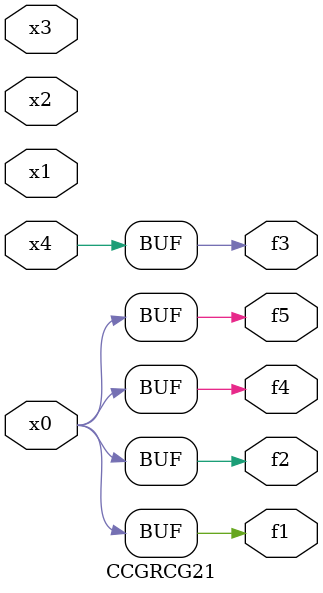
<source format=v>
module CCGRCG21(
	input x0, x1, x2, x3, x4,
	output f1, f2, f3, f4, f5
);
	assign f1 = x0;
	assign f2 = x0;
	assign f3 = x4;
	assign f4 = x0;
	assign f5 = x0;
endmodule

</source>
